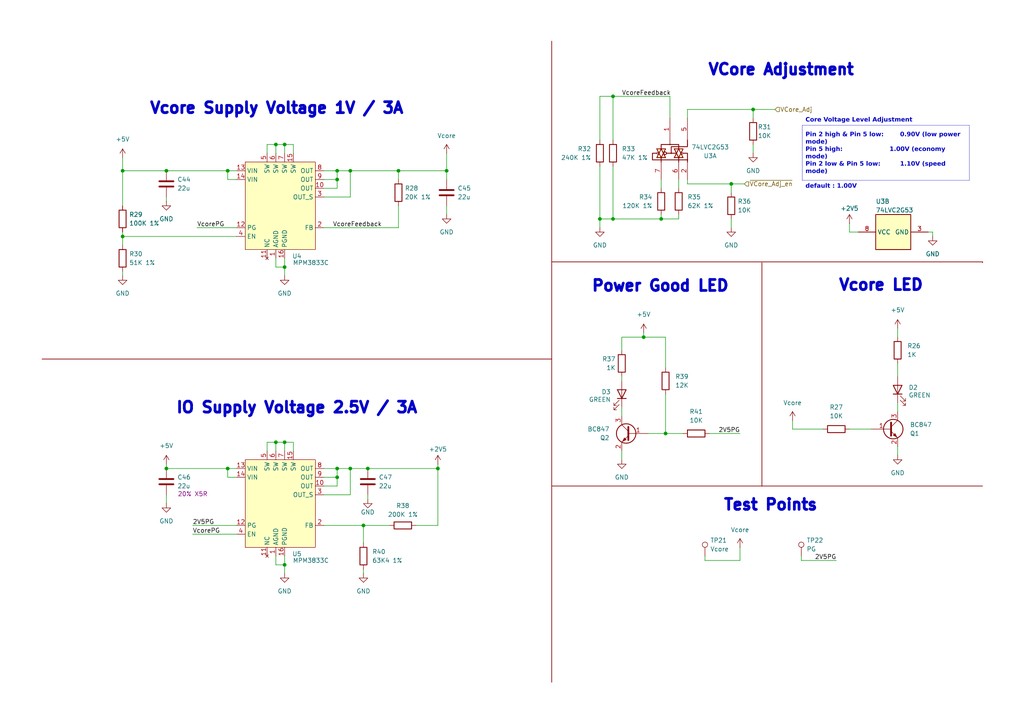
<source format=kicad_sch>
(kicad_sch (version 20250114) (generator "eeschema") (generator_version "9.0")
  (paper "A4")
  (title_block (title "CCSoM") (date "2024-12-20") (rev "1.0") (company "Technische Hochschule Köln") (comment 1 "Felix Sebastian Nitz "))
  (lib_symbols
    (symbol "74xGxx:74LVC2G53"
      (property "Reference" "U" (at 2.54 6.35 0))
      (property "Value" "74LVC2G53" (at 6.35 -6.35 0))
      (symbol "74LVC2G53_1_1"
        (polyline (pts (xy -3.81 0) (xy -2.54 0)) (fill (type background)))
        (polyline (pts (xy -3.81 -5.08) (xy -2.54 -5.08)) (stroke (width 0.254)) (fill (type background)))
        (circle (center -2.54 0) (radius 0.127))
        (polyline (pts (xy -1.27 3.81) (xy 0 3.175) (xy -1.27 2.54) (xy -1.27 3.81)) (stroke (width 0.254)) (fill (type background)))
        (polyline (pts (xy -1.27 2.54) (xy 0 1.905) (xy -1.27 1.27) (xy -1.27 2.54)) (stroke (width 0.254)) (fill (type background)))
        (polyline (pts (xy -1.27 2.54) (xy -2.54 2.54) (xy -2.54 0) (xy -2.54 -2.54) (xy -1.27 -2.54)) (stroke (width 0.254)))
        (polyline (pts (xy -1.27 -1.27) (xy -1.27 -2.54) (xy 0 -1.905) (xy -1.27 -1.27)) (stroke (width 0.254)) (fill (type background)))
        (polyline (pts (xy -1.27 -2.54) (xy 0 -3.175) (xy -1.27 -3.81) (xy -1.27 -2.54)) (stroke (width 0.254)) (fill (type background)))
        (circle (center 0 3.556) (radius 0.254))
        (circle (center 0 1.397) (radius 0.381) (stroke (width 0.254)))
        (polyline (pts (xy 0 1.016) (xy 0 0) (xy 0 -1.905)) (stroke (width 0.254)) (fill (type background)))
        (polyline (pts (xy 0 -0.381) (xy -1.905 -0.381) (xy -1.905 -5.08) (xy -2.54 -5.08)) (stroke (width 0.254)))
        (circle (center 0 -0.381) (radius 0.127))
        (circle (center 0 -3.556) (radius 0.254))
        (polyline (pts (xy 0 -3.81) (xy 0 -5.08) (xy 2.54 -5.08)) (stroke (width 0.254)))
        (polyline (pts (xy 1.27 2.54) (xy 1.27 3.81) (xy 0 3.175) (xy 1.27 2.54)) (stroke (width 0.254)) (fill (type background)))
        (polyline (pts (xy 1.27 2.54) (xy 1.27 1.27) (xy 0 1.905) (xy 1.27 2.54)) (stroke (width 0.254)) (fill (type background)))
        (polyline (pts (xy 1.27 -1.27) (xy 1.27 -2.54) (xy 0 -1.905) (xy 1.27 -1.27)) (stroke (width 0.254)) (fill (type background)))
        (polyline (pts (xy 1.27 -2.54) (xy 0 -3.175) (xy 1.27 -3.81) (xy 1.27 -2.54)) (stroke (width 0.254)) (fill (type background)))
        (polyline (pts (xy 1.905 -5.08) (xy 1.905 5.08) (xy 0 5.08) (xy 0 3.81)) (stroke (width 0.254)))
        (circle (center 1.905 -5.08) (radius 0.127))
        (polyline (pts (xy 2.54 2.54) (xy 1.27 2.54)) (stroke (width 0.254)) (fill (type background)))
        (polyline (pts (xy 2.54 -2.54) (xy 1.27 -2.54)) (stroke (width 0.254)) (fill (type background)))
        (pin bidirectional line (at -10.16 0 0) (length 6.35) (name "~") (number "1"))
        (pin input line (at -10.16 -5.08 0) (length 6.35) (name "~") (number "5"))
        (pin bidirectional line (at 7.62 2.54 180) (length 5.08) (name "~") (number "7"))
        (pin bidirectional line (at 7.62 -2.54 180) (length 5.08) (name "~") (number "6"))
        (pin input line (at 7.62 -5.08 180) (length 5.08) (name "~") (number "2"))
      )
      (symbol "74LVC2G53_2_1"
        (rectangle (start -5.08 5.08) (end 5.08 -5.08) (stroke (width 0.254)) (fill (type background)))
        (pin power_in line (at 0 10.16 270) (length 5.08) (name "VCC") (number "8"))
        (pin power_in line (at 0 -10.16 90) (length 5.08) (name "GND") (number "3"))
        (pin passive line (at 0 -10.16 90) (length 5.08) (hide yes) (name "GND") (number "4"))
      )
    )
    (symbol "Connector:TestPoint" (pin_numbers (hide yes)) (pin_names (offset 0.762) (hide yes))
      (property "Reference" "TP" (at 0 6.858 0))
      (property "Value" "TestPoint" (at 0 5.08 0))
      (symbol "TestPoint_0_1"
        (circle (center 0 3.302) (radius 0.762))
      )
      (symbol "TestPoint_1_1"
        (pin passive line (at 0 0 90) (length 2.54) (name "1") (number "1"))
      )
    )
    (symbol "Device:C" (pin_numbers (hide yes)) (pin_names (offset 0.254))
      (property "Reference" "C" (at 0.635 2.54 0))
      (property "Value" "C" (at 0.635 -2.54 0))
      (symbol "C_0_1"
        (polyline (pts (xy -2.032 0.762) (xy 2.032 0.762)) (stroke (width 0.508)))
        (polyline (pts (xy -2.032 -0.762) (xy 2.032 -0.762)) (stroke (width 0.508)))
      )
      (symbol "C_1_1"
        (pin passive line (at 0 3.81 270) (length 2.794) (name "~") (number "1"))
        (pin passive line (at 0 -3.81 90) (length 2.794) (name "~") (number "2"))
      )
    )
    (symbol "Device:LED" (pin_numbers (hide yes)) (pin_names (offset 1.016) (hide yes))
      (property "Reference" "D" (at 0 2.54 0))
      (property "Value" "LED" (at 0 -2.54 0))
      (symbol "LED_0_1"
        (polyline (pts (xy -3.048 -0.762) (xy -4.572 -2.286) (xy -3.81 -2.286) (xy -4.572 -2.286) (xy -4.572 -1.524)))
        (polyline (pts (xy -1.778 -0.762) (xy -3.302 -2.286) (xy -2.54 -2.286) (xy -3.302 -2.286) (xy -3.302 -1.524)))
        (polyline (pts (xy -1.27 0) (xy 1.27 0)))
        (polyline (pts (xy -1.27 -1.27) (xy -1.27 1.27)) (stroke (width 0.254)))
        (polyline (pts (xy 1.27 -1.27) (xy 1.27 1.27) (xy -1.27 0) (xy 1.27 -1.27)) (stroke (width 0.254)))
      )
      (symbol "LED_1_1"
        (pin passive line (at -3.81 0 0) (length 2.54) (name "K") (number "1"))
        (pin passive line (at 3.81 0 180) (length 2.54) (name "A") (number "2"))
      )
    )
    (symbol "Device:R" (pin_numbers (hide yes)) (pin_names (offset 0))
      (property "Reference" "R" (at 2.032 0 90))
      (property "Value" "R" (at 0 0 90))
      (symbol "R_0_1"
        (rectangle (start -1.016 -2.54) (end 1.016 2.54) (stroke (width 0.254)))
      )
      (symbol "R_1_1"
        (pin passive line (at 0 3.81 270) (length 1.27) (name "~") (number "1"))
        (pin passive line (at 0 -3.81 90) (length 1.27) (name "~") (number "2"))
      )
    )
    (symbol "Transistor_BJT:BC847" (pin_names (offset 0) (hide yes))
      (property "Reference" "Q" (at 5.08 1.905 0))
      (property "Value" "BC847" (at 5.08 0 0))
      (symbol "BC847_0_1"
        (polyline (pts (xy 0.635 1.905) (xy 0.635 -1.905) (xy 0.635 -1.905)) (stroke (width 0.508)))
        (polyline (pts (xy 0.635 0.635) (xy 2.54 2.54)))
        (polyline (pts (xy 0.635 -0.635) (xy 2.54 -2.54) (xy 2.54 -2.54)))
        (circle (center 1.27 0) (radius 2.8194) (stroke (width 0.254)))
        (polyline (pts (xy 1.27 -1.778) (xy 1.778 -1.27) (xy 2.286 -2.286) (xy 1.27 -1.778) (xy 1.27 -1.778)) (fill (type outline)))
      )
      (symbol "BC847_1_1"
        (pin input line (at -5.08 0 0) (length 5.715) (name "B") (number "1"))
        (pin passive line (at 2.54 5.08 270) (length 2.54) (name "C") (number "3"))
        (pin passive line (at 2.54 -5.08 90) (length 2.54) (name "E") (number "2"))
      )
    )
    (symbol "ccsom_lib:MPM3833C"
      (property "Reference" "U" (at 10.16 22.86 0))
      (property "Value" "MPM3833C" (at 13.97 20.32 0))
      (symbol "MPM3833C_1_1"
        (rectangle (start -11.43 17.78) (end 8.89 -7.62) (fill (type background)))
        (pin power_in line (at -13.97 15.24 0) (length 2.54) (name "VIN") (number "13"))
        (pin power_in line (at -13.97 12.7 0) (length 2.54) (name "VIN") (number "14"))
        (pin no_connect line (at -13.97 5.08 0) (length 2.54) (hide yes) (name "DNC") (number "17"))
        (pin no_connect line (at -13.97 5.08 0) (length 2.54) (hide yes) (name "DNC") (number "18"))
        (pin output line (at -13.97 -1.27 0) (length 2.54) (name "PG") (number "12"))
        (pin input line (at -13.97 -3.81 0) (length 2.54) (name "EN") (number "4"))
        (pin passive line (at -5.08 20.32 270) (length 2.54) (hide yes) (name "SW") (number "19"))
        (pin passive line (at -5.08 20.32 270) (length 2.54) (name "SW") (number "5"))
        (pin no_connect line (at -5.08 -10.16 90) (length 2.54) (name "NC") (number "11"))
        (pin passive line (at -2.54 20.32 270) (length 2.54) (name "SW") (number "6"))
        (pin passive line (at -2.54 -10.16 90) (length 2.54) (name "AGND") (number "1"))
        (pin passive line (at 0 20.32 270) (length 2.54) (name "SW") (number "7"))
        (pin passive line (at 0 -10.16 90) (length 2.54) (name "PGND") (number "16"))
        (pin passive line (at 2.54 20.32 270) (length 2.54) (name "SW") (number "15"))
        (pin power_out line (at 11.43 15.24 180) (length 2.54) (name "OUT") (number "8"))
        (pin power_out line (at 11.43 12.7 180) (length 2.54) (name "OUT") (number "9"))
        (pin power_out line (at 11.43 10.16 180) (length 2.54) (name "OUT") (number "10"))
        (pin power_out line (at 11.43 7.62 180) (length 2.54) (hide yes) (name "OUT") (number "20"))
        (pin output line (at 11.43 7.62 180) (length 2.54) (name "OUT_S") (number "3"))
        (pin input line (at 11.43 -1.27 180) (length 2.54) (name "FB") (number "2"))
      )
    )
    (symbol "ccsom_lib:Vin5V" (power) (pin_names (offset 0))
      (property "Value" "Vin5V" (at 0 3.556 0))
      (symbol "Vin5V_0_1"
        (polyline (pts (xy -0.762 1.27) (xy 0 2.54)))
        (polyline (pts (xy 0 2.54) (xy 0.762 1.27)))
        (polyline (pts (xy 0 0) (xy 0 2.54)))
      )
      (symbol "Vin5V_1_1"
        (pin power_in line (at 0 0 90) (length 0) (hide yes) (name "+5V") (number "1"))
      )
    )
    (symbol "power:+2V5" (power) (pin_numbers (hide yes)) (pin_names (offset 0) (hide yes))
      (property "Value" "+2V5" (at 0 3.556 0))
      (symbol "+2V5_0_1"
        (polyline (pts (xy -0.762 1.27) (xy 0 2.54)))
        (polyline (pts (xy 0 2.54) (xy 0.762 1.27)))
        (polyline (pts (xy 0 0) (xy 0 2.54)))
      )
      (symbol "+2V5_1_1"
        (pin power_in line (at 0 0 90) (length 0) (name "~") (number "1"))
      )
    )
    (symbol "power:GND" (power) (pin_numbers (hide yes)) (pin_names (offset 0) (hide yes))
      (property "Value" "GND" (at 0 -3.81 0))
      (symbol "GND_0_1"
        (polyline (pts (xy 0 0) (xy 0 -1.27) (xy 1.27 -1.27) (xy 0 -2.54) (xy -1.27 -1.27) (xy 0 -1.27)))
      )
      (symbol "GND_1_1"
        (pin power_in line (at 0 0 270) (length 0) (name "~") (number "1"))
      )
    )
  )
  (text "Power Good LED" (at 191.516 83.058 0) (effects (font (size 3.175 3.175) (thickness 1.27) (bold yes))))
  (text "Test Points" (at 223.52 146.558 0) (effects (font (size 3.175 3.175) (thickness 1.27) (bold yes))))
  (text "Vcore LED" (at 255.524 82.804 0) (effects (font (size 3.175 3.175) (thickness 1.27) (bold yes))))
  (text "Vcore Supply Voltage 1V / 3A" (at 80.264 31.496 0) (effects (font (size 3.175 3.175) (thickness 1.27) (bold yes))))
  (text "IO Supply Voltage 2.5V / 3A" (at 86.106 118.364 0) (effects (font (size 3.175 3.175) (thickness 1.27) (bold yes))))
  (text "VCore Adjustment" (at 226.568 20.32 0) (effects (font (size 3.175 3.175) (thickness 1.27) (bold yes))))
  (text_box "Core Voltage Level Adjustment \n\nPin 2 high & Pin 5 low:		0.90V (low power mode)\nPin 5 high: 					1.00V (economy mode)\nPin 2 low & Pin 5 low: 		1.10V (speed mode)\n\ndefault : 1.00V" (at 232.664 36.322 0) (size 48.514 16.002) (margins 0.9652 0.9652 0.9652 0.9652) (stroke (width 0.0254)) (effects (font (size 1.27 1.27) (thickness 0.24) (bold yes)) (justify left)))
  (junction (at 97.79 135.89))
  (junction (at 97.79 52.07))
  (junction (at 173.99 63.5))
  (junction (at 66.04 49.53))
  (junction (at 218.44 31.75))
  (junction (at 97.79 49.53))
  (junction (at 106.68 135.89))
  (junction (at 80.01 128.27))
  (junction (at 35.56 49.53))
  (junction (at 82.55 163.83))
  (junction (at 82.55 128.27))
  (junction (at 101.6 135.89))
  (junction (at 80.01 41.91))
  (junction (at 82.55 77.47))
  (junction (at 186.69 97.79))
  (junction (at 115.57 49.53))
  (junction (at 97.79 138.43))
  (junction (at 48.26 135.89))
  (junction (at 129.54 49.53))
  (junction (at 177.8 63.5))
  (junction (at 193.04 125.73))
  (junction (at 101.6 49.53))
  (junction (at 48.26 49.53))
  (junction (at 177.8 27.94))
  (junction (at 35.56 68.58))
  (junction (at 105.41 152.4))
  (junction (at 191.77 63.5))
  (junction (at 127 135.89))
  (junction (at 212.09 53.34))
  (junction (at 66.04 135.89))
  (junction (at 82.55 41.91))
  (wire (pts (xy 260.35 129.54) (xy 260.35 132.08)))
  (wire (pts (xy 48.26 49.53) (xy 66.04 49.53)))
  (wire (pts (xy 196.85 63.5) (xy 196.85 62.23)))
  (wire (pts (xy 101.6 135.89) (xy 106.68 135.89)))
  (wire (pts (xy 101.6 49.53) (xy 115.57 49.53)))
  (wire (pts (xy 106.68 135.89) (xy 127 135.89)))
  (wire (pts (xy 82.55 161.29) (xy 82.55 163.83)))
  (polyline (pts (xy 220.98 140.97) (xy 284.988 140.97)) (stroke (width 0.2) (color 132 0 0 1)))
  (wire (pts (xy 212.09 63.5) (xy 212.09 66.04)))
  (wire (pts (xy 77.47 128.27) (xy 80.01 128.27)))
  (wire (pts (xy 82.55 44.45) (xy 82.55 41.91)))
  (wire (pts (xy 82.55 41.91) (xy 85.09 41.91)))
  (wire (pts (xy 180.34 118.11) (xy 180.34 120.65)))
  (wire (pts (xy 101.6 143.51) (xy 101.6 135.89)))
  (wire (pts (xy 180.34 97.79) (xy 180.34 101.6)))
  (wire (pts (xy 191.77 52.07) (xy 191.77 54.61)))
  (wire (pts (xy 199.39 52.07) (xy 199.39 53.34)))
  (wire (pts (xy 127 152.4) (xy 120.65 152.4)))
  (wire (pts (xy 129.54 59.69) (xy 129.54 62.23)))
  (wire (pts (xy 260.35 97.79) (xy 260.35 95.25)))
  (wire (pts (xy 105.41 165.1) (xy 105.41 166.37)))
  (wire (pts (xy 97.79 52.07) (xy 97.79 49.53)))
  (wire (pts (xy 35.56 68.58) (xy 35.56 71.12)))
  (wire (pts (xy 229.87 121.92) (xy 229.87 124.46)))
  (wire (pts (xy 105.41 152.4) (xy 105.41 157.48)))
  (wire (pts (xy 214.63 158.75) (xy 214.63 162.56)))
  (wire (pts (xy 85.09 41.91) (xy 85.09 44.45)))
  (wire (pts (xy 85.09 128.27) (xy 85.09 130.81)))
  (wire (pts (xy 186.69 96.52) (xy 186.69 97.79)))
  (wire (pts (xy 77.47 130.81) (xy 77.47 128.27)))
  (wire (pts (xy 218.44 31.75) (xy 224.79 31.75)))
  (wire (pts (xy 218.44 41.91) (xy 218.44 44.45)))
  (polyline (pts (xy 12.192 104.14) (xy 160.02 104.14)) (stroke (width 0.2) (color 132 0 0 1)))
  (wire (pts (xy 180.34 130.81) (xy 180.34 133.35)))
  (wire (pts (xy 204.47 162.56) (xy 214.63 162.56)))
  (wire (pts (xy 193.04 125.73) (xy 187.96 125.73)))
  (polyline (pts (xy 220.98 140.97) (xy 160.02 140.97)) (stroke (width 0.2) (color 132 0 0 1)))
  (wire (pts (xy 173.99 66.04) (xy 173.99 63.5)))
  (polyline (pts (xy 284.988 75.946) (xy 284.988 76.2)) (stroke (width 0.2) (color 132 0 0 1)))
  (wire (pts (xy 106.68 143.51) (xy 106.68 144.78)))
  (wire (pts (xy 35.56 49.53) (xy 48.26 49.53)))
  (wire (pts (xy 66.04 138.43) (xy 66.04 135.89)))
  (wire (pts (xy 205.74 125.73) (xy 214.63 125.73)))
  (wire (pts (xy 101.6 57.15) (xy 101.6 49.53)))
  (wire (pts (xy 191.77 63.5) (xy 177.8 63.5)))
  (wire (pts (xy 82.55 163.83) (xy 82.55 166.37)))
  (wire (pts (xy 270.51 67.31) (xy 270.51 68.58)))
  (wire (pts (xy 115.57 59.69) (xy 115.57 66.04)))
  (wire (pts (xy 269.24 67.31) (xy 270.51 67.31)))
  (wire (pts (xy 48.26 57.15) (xy 48.26 58.42)))
  (wire (pts (xy 97.79 49.53) (xy 101.6 49.53)))
  (wire (pts (xy 97.79 135.89) (xy 101.6 135.89)))
  (wire (pts (xy 80.01 74.93) (xy 80.01 77.47)))
  (wire (pts (xy 218.44 31.75) (xy 218.44 34.29)))
  (wire (pts (xy 93.98 135.89) (xy 97.79 135.89)))
  (wire (pts (xy 77.47 44.45) (xy 77.47 41.91)))
  (wire (pts (xy 82.55 74.93) (xy 82.55 77.47)))
  (wire (pts (xy 48.26 134.62) (xy 48.26 135.89)))
  (wire (pts (xy 193.04 125.73) (xy 198.12 125.73)))
  (wire (pts (xy 232.41 162.56) (xy 242.57 162.56)))
  (wire (pts (xy 93.98 140.97) (xy 97.79 140.97)))
  (wire (pts (xy 35.56 78.74) (xy 35.56 80.01)))
  (wire (pts (xy 191.77 63.5) (xy 191.77 62.23)))
  (wire (pts (xy 246.38 124.46) (xy 252.73 124.46)))
  (wire (pts (xy 35.56 67.31) (xy 35.56 68.58)))
  (wire (pts (xy 193.04 97.79) (xy 193.04 106.68)))
  (wire (pts (xy 260.35 105.41) (xy 260.35 109.22)))
  (wire (pts (xy 80.01 128.27) (xy 80.01 130.81)))
  (wire (pts (xy 35.56 49.53) (xy 35.56 59.69)))
  (wire (pts (xy 93.98 54.61) (xy 97.79 54.61)))
  (wire (pts (xy 66.04 52.07) (xy 66.04 49.53)))
  (polyline (pts (xy 160.02 104.14) (xy 160.02 197.866)) (stroke (width 0.2) (color 132 0 0 1)))
  (wire (pts (xy 93.98 66.04) (xy 115.57 66.04)))
  (wire (pts (xy 177.8 63.5) (xy 173.99 63.5)))
  (polyline (pts (xy 220.98 76.2) (xy 220.98 140.97)) (stroke (width 0.2) (color 132 0 0 1)))
  (wire (pts (xy 199.39 53.34) (xy 212.09 53.34)))
  (wire (pts (xy 129.54 44.45) (xy 129.54 49.53)))
  (wire (pts (xy 55.88 154.94) (xy 68.58 154.94)))
  (wire (pts (xy 177.8 27.94) (xy 194.31 27.94)))
  (wire (pts (xy 180.34 109.22) (xy 180.34 110.49)))
  (wire (pts (xy 80.01 41.91) (xy 82.55 41.91)))
  (wire (pts (xy 173.99 27.94) (xy 173.99 40.64)))
  (wire (pts (xy 186.69 97.79) (xy 193.04 97.79)))
  (wire (pts (xy 204.47 161.29) (xy 204.47 162.56)))
  (wire (pts (xy 199.39 31.75) (xy 218.44 31.75)))
  (wire (pts (xy 66.04 49.53) (xy 68.58 49.53)))
  (wire (pts (xy 93.98 138.43) (xy 97.79 138.43)))
  (wire (pts (xy 77.47 41.91) (xy 80.01 41.91)))
  (wire (pts (xy 93.98 57.15) (xy 101.6 57.15)))
  (wire (pts (xy 193.04 114.3) (xy 193.04 125.73)))
  (wire (pts (xy 93.98 152.4) (xy 105.41 152.4)))
  (polyline (pts (xy 160.02 75.946) (xy 284.988 75.946)) (stroke (width 0.2) (color 132 0 0 1)))
  (wire (pts (xy 173.99 48.26) (xy 173.99 63.5)))
  (wire (pts (xy 212.09 53.34) (xy 212.09 55.88)))
  (wire (pts (xy 80.01 163.83) (xy 82.55 163.83)))
  (wire (pts (xy 260.35 116.84) (xy 260.35 119.38)))
  (wire (pts (xy 68.58 52.07) (xy 66.04 52.07)))
  (wire (pts (xy 97.79 138.43) (xy 97.79 135.89)))
  (wire (pts (xy 82.55 128.27) (xy 85.09 128.27)))
  (wire (pts (xy 93.98 52.07) (xy 97.79 52.07)))
  (wire (pts (xy 115.57 49.53) (xy 115.57 52.07)))
  (wire (pts (xy 82.55 77.47) (xy 82.55 80.01)))
  (wire (pts (xy 105.41 152.4) (xy 113.03 152.4)))
  (wire (pts (xy 180.34 97.79) (xy 186.69 97.79)))
  (wire (pts (xy 194.31 34.29) (xy 194.31 27.94)))
  (polyline (pts (xy 160.02 11.938) (xy 160.02 104.14)) (stroke (width 0.2) (color 132 0 0 1)))
  (wire (pts (xy 177.8 27.94) (xy 173.99 27.94)))
  (wire (pts (xy 129.54 52.07) (xy 129.54 49.53)))
  (wire (pts (xy 82.55 130.81) (xy 82.55 128.27)))
  (wire (pts (xy 115.57 49.53) (xy 129.54 49.53)))
  (wire (pts (xy 199.39 34.29) (xy 199.39 31.75)))
  (wire (pts (xy 196.85 63.5) (xy 191.77 63.5)))
  (wire (pts (xy 48.26 135.89) (xy 66.04 135.89)))
  (wire (pts (xy 48.26 143.51) (xy 48.26 146.05)))
  (wire (pts (xy 212.09 53.34) (xy 215.9 53.34)))
  (wire (pts (xy 232.41 161.29) (xy 232.41 162.56)))
  (wire (pts (xy 127 135.89) (xy 127 134.62)))
  (wire (pts (xy 246.38 67.31) (xy 248.92 67.31)))
  (wire (pts (xy 80.01 41.91) (xy 80.01 44.45)))
  (wire (pts (xy 177.8 27.94) (xy 177.8 40.64)))
  (wire (pts (xy 93.98 49.53) (xy 97.79 49.53)))
  (wire (pts (xy 196.85 52.07) (xy 196.85 54.61)))
  (wire (pts (xy 80.01 128.27) (xy 82.55 128.27)))
  (wire (pts (xy 68.58 66.04) (xy 57.15 66.04)))
  (wire (pts (xy 238.76 124.46) (xy 229.87 124.46)))
  (wire (pts (xy 93.98 143.51) (xy 101.6 143.51)))
  (wire (pts (xy 80.01 161.29) (xy 80.01 163.83)))
  (wire (pts (xy 68.58 138.43) (xy 66.04 138.43)))
  (wire (pts (xy 127 135.89) (xy 127 152.4)))
  (wire (pts (xy 97.79 140.97) (xy 97.79 138.43)))
  (wire (pts (xy 35.56 68.58) (xy 68.58 68.58)))
  (wire (pts (xy 35.56 45.72) (xy 35.56 49.53)))
  (wire (pts (xy 80.01 77.47) (xy 82.55 77.47)))
  (wire (pts (xy 55.88 152.4) (xy 68.58 152.4)))
  (wire (pts (xy 66.04 135.89) (xy 68.58 135.89)))
  (wire (pts (xy 246.38 64.77) (xy 246.38 67.31)))
  (wire (pts (xy 177.8 48.26) (xy 177.8 63.5)))
  (wire (pts (xy 97.79 54.61) (xy 97.79 52.07)))
  (label "2V5PG" (at 55.88 152.4 0))
  (label "VcorePG" (at 55.88 154.94 0))
  (label "VcorePG" (at 57.15 66.04 0))
  (label "2V5PG" (at 214.63 125.73 180))
  (label "2V5PG" (at 242.57 162.56 180))
  (label "VcoreFeedback" (at 96.52 66.04 0))
  (label "VcoreFeedback" (at 180.34 27.94 0))
  (hierarchical_label "VCore_Adj" (shape input) (at 224.79 31.75 0))
  (hierarchical_label "~{VCore_Adj_en}" (shape input) (at 215.9 53.34 0))
  (symbol (lib_id "Device:R") (at 212.09 59.69 180) (unit 1)
    (property "Reference" "R36" (at 215.9 58.42 0))
    (property "Value" "10K" (at 215.9 60.96 0))
    (property "Footprint" "Resistor_SMD:R_0402_1005Metric" (effects (hide yes)))
    (property "Description" "Resistor" (effects (hide yes)))
    (property "Mouser Part Number" "MCS0402MC1002FE000" (effects (hide yes)))
    (property "Part Number" "MCS0402MC1002FE000" (effects (hide yes)))
  )
  (symbol (lib_id "Transistor_BJT:BC847") (at 182.88 125.73 0) (mirror y) (unit 1)
    (property "Reference" "Q2" (at 176.784 127 0) (effects (justify left)))
    (property "Value" "BC847" (at 176.784 124.46 0) (effects (justify left)))
    (property "Footprint" "Package_TO_SOT_SMD:SOT-23" (effects (hide yes)))
    (property "Datasheet" "http://www.infineon.com/dgdl/Infineon-BC847SERIES_BC848SERIES_BC849SERIES_BC850SERIES-DS-v01_01-en.pdf?fileId=db3a304314dca389011541d4630a1657" (effects (hide yes)))
    (property "Description" "0.1A Ic, 45V Vce, NPN Transistor, SOT-23" (effects (hide yes)))
    (property "Mouser Part Number" "BC847C-C" (effects (hide yes)))
    (property "Part Number" "BC847C-C" (effects (hide yes)))
  )
  (symbol (lib_id "Device:R") (at 218.44 38.1 180) (unit 1)
    (property "Reference" "R31" (at 221.742 36.83 0))
    (property "Value" "10K" (at 221.742 39.37 0))
    (property "Footprint" "Resistor_SMD:R_0402_1005Metric" (effects (hide yes)))
    (property "Description" "Resistor" (effects (hide yes)))
    (property "Mouser Part Number" "MCS0402MC1002FE000" (effects (hide yes)))
    (property "Part Number" "MCS0402MC1002FE000" (effects (hide yes)))
  )
  (symbol (lib_id "Device:R") (at 201.93 125.73 90) (mirror x) (unit 1)
    (property "Reference" "R41" (at 201.93 119.38 90))
    (property "Value" "10K" (at 201.93 121.92 90))
    (property "Footprint" "Resistor_SMD:R_0402_1005Metric" (effects (hide yes)))
    (property "Description" "Resistor" (effects (hide yes)))
    (property "Mouser Part Number" "MCS0402MC1002FE000" (effects (hide yes)))
    (property "Part Number" "MCS0402MC1002FE000" (effects (hide yes)))
  )
  (symbol (lib_id "power:+2V5") (at 246.38 64.77 0) (unit 1)
    (property "Reference" "#PWR048" (effects (hide yes)))
    (property "Value" "+2V5" (at 246.38 60.452 0))
    (property "Description" "Power symbol creates a global label with name \"+2V5\"" (effects (hide yes)))
  )
  (symbol (lib_id "ccsom_lib:Vin5V") (at 186.69 96.52 0) (unit 1)
    (property "Reference" "#PWR062" (effects (hide yes)))
    (property "Value" "+5V" (at 186.69 91.186 0))
    (property "Description" "Power symbol creates a global label" (effects (hide yes)))
  )
  (symbol (lib_id "Device:R") (at 35.56 74.93 0) (unit 1)
    (property "Reference" "R30" (at 37.465 73.66 0) (effects (justify left)))
    (property "Value" "51K 1%" (at 37.465 76.2 0) (effects (justify left)))
    (property "Footprint" "Resistor_SMD:R_0402_1005Metric" (effects (hide yes)))
    (property "Description" "Resistor" (effects (hide yes)))
    (property "Mouser Part Number" "CRCW040251K0FKEDC" (effects (hide yes)))
    (property "Part Number" "CRCW040251K0FKEDC" (effects (hide yes)))
  )
  (symbol (lib_id "Device:R") (at 116.84 152.4 90) (unit 1)
    (property "Reference" "R38" (at 116.84 146.685 90))
    (property "Value" "200K 1%" (at 116.84 149.225 90))
    (property "Footprint" "Resistor_SMD:R_0402_1005Metric" (effects (hide yes)))
    (property "Description" "Resistor" (effects (hide yes)))
    (property "Mouser Part Number" "CRCW0402200KFKEDC" (effects (hide yes)))
    (property "Part Number" "CRCW0402200KFKEDC" (effects (hide yes)))
  )
  (symbol (lib_id "power:GND") (at 260.35 132.08 0) (unit 1)
    (property "Reference" "#PWR053" (effects (hide yes)))
    (property "Value" "GND" (at 260.35 137.16 0))
    (property "Description" "Power symbol creates a global label with name \"GND\" , ground" (effects (hide yes)))
  )
  (symbol (lib_id "ccsom_lib:MPM3833C") (at 82.55 64.77 0) (unit 1)
    (property "Reference" "U4" (at 84.7441 74.295 0) (effects (justify left)))
    (property "Value" "MPM3833C" (at 90.17 76.2 0))
    (property "Footprint" "ccsom_Footprint_lib:QFN18" (effects (hide yes)))
    (property "Datasheet" "https://www.mouser.de/datasheet/2/277/MPM3833CGRH_Z-2946622.pdf" (effects (hide yes)))
    (property "Mouser Part Number" "MPM3833CGRH-Z" (effects (hide yes)))
    (property "Part Number" "MPM3833CGRH-Z" (effects (hide yes)))
  )
  (symbol (lib_id "power:GND") (at 173.99 66.04 0) (unit 1)
    (property "Reference" "#PWR059" (effects (hide yes)))
    (property "Value" "GND" (at 173.99 71.12 0))
    (property "Description" "Power symbol creates a global label with name \"GND\" , ground" (effects (hide yes)))
  )
  (symbol (lib_id "ccsom_lib:Vin5V") (at 35.56 45.72 0) (unit 1)
    (property "Reference" "#PWR051" (effects (hide yes)))
    (property "Value" "+5V" (at 35.56 40.386 0))
    (property "Description" "Power symbol creates a global label" (effects (hide yes)))
  )
  (symbol (lib_id "power:GND") (at 82.55 80.01 0) (unit 1)
    (property "Reference" "#PWR057" (effects (hide yes)))
    (property "Value" "GND" (at 82.55 85.09 0))
    (property "Description" "Power symbol creates a global label with name \"GND\" , ground" (effects (hide yes)))
  )
  (symbol (lib_id "ccsom_lib:Vin5V") (at 48.26 134.62 0) (unit 1)
    (property "Reference" "#PWR068" (effects (hide yes)))
    (property "Value" "+5V" (at 48.26 129.286 0))
    (property "Description" "Power symbol creates a global label" (effects (hide yes)))
  )
  (symbol (lib_id "Device:LED") (at 180.34 114.3 270) (mirror x) (unit 1)
    (property "Reference" "D3" (at 177.165 113.665 90) (effects (justify right)))
    (property "Value" "GREEN" (at 177.165 115.8875 90) (effects (justify right)))
    (property "Footprint" "LED_SMD:LED_0603_1608Metric" (effects (hide yes)))
    (property "Description" "Light emitting diode" (effects (hide yes)))
    (property "Mouser Part Number" "150060VS75000" (effects (hide yes)))
    (property "Part Number" "150060VS75000" (effects (hide yes)))
  )
  (symbol (lib_id "Device:R") (at 193.04 110.49 0) (mirror y) (unit 1)
    (property "Reference" "R39" (at 195.834 109.22 0) (effects (justify right)))
    (property "Value" "12K" (at 195.834 111.76 0) (effects (justify right)))
    (property "Footprint" "Resistor_SMD:R_0402_1005Metric" (effects (hide yes)))
    (property "Description" "Resistor" (effects (hide yes)))
    (property "Mouser Part Number" "MCS04020C1202FE000" (effects (hide yes)))
    (property "Part Number" "MCS04020C1202FE000" (effects (hide yes)))
  )
  (symbol (lib_id "power:GND") (at 48.26 58.42 0) (unit 1)
    (property "Reference" "#PWR054" (effects (hide yes)))
    (property "Value" "GND" (at 48.26 63.5 0))
    (property "Description" "Power symbol creates a global label with name \"GND\" , ground" (effects (hide yes)))
  )
  (symbol (lib_id "Device:R") (at 260.35 101.6 0) (unit 1)
    (property "Reference" "R26" (at 263.144 100.33 0) (effects (justify left)))
    (property "Value" "1K" (at 263.144 102.87 0) (effects (justify left)))
    (property "Footprint" "Resistor_SMD:R_0402_1005Metric" (effects (hide yes)))
    (property "Description" "Resistor" (effects (hide yes)))
    (property "Mouser Part Number" "MCS04020C1001FE000" (effects (hide yes)))
    (property "Part Number" "MCS04020C1001FE000" (effects (hide yes)))
  )
  (symbol (lib_id "Device:R") (at 180.34 105.41 0) (mirror y) (unit 1)
    (property "Reference" "R37" (at 178.562 104.14 0) (effects (justify left)))
    (property "Value" "1K" (at 178.562 106.68 0) (effects (justify left)))
    (property "Footprint" "Resistor_SMD:R_0402_1005Metric" (effects (hide yes)))
    (property "Description" "Resistor" (effects (hide yes)))
    (property "Mouser Part Number" "MCS04020C1001FE000" (effects (hide yes)))
    (property "Part Number" "MCS04020C1001FE000" (effects (hide yes)))
  )
  (symbol (lib_id "power:GND") (at 129.54 62.23 0) (unit 1)
    (property "Reference" "#PWR055" (effects (hide yes)))
    (property "Value" "GND" (at 129.54 67.31 0))
    (property "Description" "Power symbol creates a global label with name \"GND\" , ground" (effects (hide yes)))
  )
  (symbol (lib_id "power:+2V5") (at 129.54 44.45 0) (unit 1)
    (property "Reference" "#PWR050" (effects (hide yes)))
    (property "Value" "Vcore" (at 129.54 39.37 0))
    (property "Description" "Power symbol creates a global label with name \"+2V5\"" (effects (hide yes)))
  )
  (symbol (lib_id "Device:R") (at 242.57 124.46 90) (mirror x) (unit 1)
    (property "Reference" "R27" (at 242.57 118.11 90))
    (property "Value" "10K" (at 242.57 120.65 90))
    (property "Footprint" "Resistor_SMD:R_0402_1005Metric" (effects (hide yes)))
    (property "Description" "Resistor" (effects (hide yes)))
    (property "Mouser Part Number" "MCS0402MC1002FE000" (effects (hide yes)))
    (property "Part Number" "MCS0402MC1002FE000" (effects (hide yes)))
  )
  (symbol (lib_id "power:GND") (at 212.09 66.04 0) (unit 1)
    (property "Reference" "#PWR060" (effects (hide yes)))
    (property "Value" "GND" (at 212.09 71.12 0))
    (property "Description" "Power symbol creates a global label with name \"GND\" , ground" (effects (hide yes)))
  )
  (symbol (lib_id "Device:R") (at 196.85 58.42 180) (unit 1)
    (property "Reference" "R35" (at 199.39 57.15 0) (effects (justify right)))
    (property "Value" "62K 1%" (at 199.39 59.69 0) (effects (justify right)))
    (property "Footprint" "Resistor_SMD:R_0402_1005Metric" (effects (hide yes)))
    (property "Description" "Resistor" (effects (hide yes)))
    (property "Mouser Part Number" "CRCW040262K0FKED" (effects (hide yes)))
    (property "Part Number" "CRCW040262K0FKED" (effects (hide yes)))
  )
  (symbol (lib_id "power:GND") (at 218.44 44.45 0) (unit 1)
    (property "Reference" "#PWR058" (effects (hide yes)))
    (property "Value" "GND" (at 218.44 49.53 0))
    (property "Description" "Power symbol creates a global label with name \"GND\" , ground" (effects (hide yes)))
  )
  (symbol (lib_id "power:+2V5") (at 127 134.62 0) (unit 1)
    (property "Reference" "#PWR061" (effects (hide yes)))
    (property "Value" "+2V5" (at 127 130.302 0))
    (property "Description" "Power symbol creates a global label with name \"+2V5\"" (effects (hide yes)))
  )
  (symbol (lib_id "Connector:TestPoint") (at 204.47 161.29 0) (unit 1)
    (property "Reference" "TP21" (at 205.994 156.718 0) (effects (justify left)))
    (property "Value" "Vcore" (at 205.994 159.258 0) (effects (justify left)))
    (property "Footprint" "TestPoint:TestPoint_Pad_D1.0mm" (effects (hide yes)))
    (property "Description" "test point" (effects (hide yes)))
  )
  (symbol (lib_id "power:GND") (at 180.34 133.35 0) (unit 1)
    (property "Reference" "#PWR067" (effects (hide yes)))
    (property "Value" "GND" (at 180.34 138.43 0))
    (property "Description" "Power symbol creates a global label with name \"GND\" , ground" (effects (hide yes)))
  )
  (symbol (lib_id "74xGxx:74LVC2G53") (at 194.31 44.45 90) (mirror x) (unit 1)
    (property "Reference" "U3" (at 205.994 45.212 90))
    (property "Value" "74LVC2G53" (at 205.994 42.672 90))
    (property "Footprint" "ccsom_Footprint_lib:DCU8" (effects (hide yes)))
    (property "Datasheet" "https://www.ti.com/lit/ds/symlink/sn74lvc2g53.pdf?ts=1731940389873&ref_url=https%253A%252F%252Fwww.ti.com%252Fproduct%252FSN74LVC2G53%253Futm_source%253Dgoogle%2526utm_medium%253Dcpc%2526utm_campaign%253Dasc-int-null-44700045336317251_prodfolderdynamic-cpc-pf-google-ww_en_int%2526utm_content%253Dprodfolddynamic%2526ds_k%253DDYNAMIC+SEARCH+ADS%2526DCM%253Dyes%2526gad_source%253D1%2526gbraid%253D0AAAAAC068F3xOGFPauFxXJVM3AREdBlIv%2526gclid%253DCj0KCQiA6Ou5BhCrARIsAPoTxrDqKaPqbCI4HbmTS-xD3ibPvzbVQoDMftl3XnKVXlyPMDidi3GI9hAaApLbEALw_wcB%2526gclsrc%253Daw.ds" (effects (hide yes)))
    (property "Description" "1 to 2 Analog Switch Mux/Demux, Low-Voltage CMOS" (effects (hide yes)))
    (property "Mouser Part Number" "SN74LVC2G53DCUR" (effects (hide yes)))
    (property "Part Number" "SN74LVC2G53DCUR" (effects (hide yes)))
  )
  (symbol (lib_id "power:GND") (at 105.41 166.37 0) (unit 1)
    (property "Reference" "#PWR066" (effects (hide yes)))
    (property "Value" "GND" (at 105.41 171.45 0))
    (property "Description" "Power symbol creates a global label with name \"GND\" , ground" (effects (hide yes)))
  )
  (symbol (lib_id "Device:R") (at 191.77 58.42 0) (mirror x) (unit 1)
    (property "Reference" "R34" (at 189.23 57.1499 0) (effects (justify right)))
    (property "Value" "120K 1%" (at 189.23 59.6899 0) (effects (justify right)))
    (property "Footprint" "Resistor_SMD:R_0402_1005Metric" (effects (hide yes)))
    (property "Description" "Resistor" (effects (hide yes)))
    (property "Mouser Part Number" "MCS04020C1203FE000" (effects (hide yes)))
    (property "Part Number" "MCS04020C1203FE000" (effects (hide yes)))
  )
  (symbol (lib_id "Device:C") (at 129.54 55.88 0) (unit 1)
    (property "Reference" "C45" (at 132.715 54.61 0) (effects (justify left)))
    (property "Value" "22u" (at 132.715 57.15 0) (effects (justify left)))
    (property "Footprint" "Capacitor_SMD:C_0603_1608Metric" (effects (hide yes)))
    (property "Description" "Unpolarized capacitor" (effects (hide yes)))
    (property "Mouser Part Number" "GRM188C61C226ME01W" (effects (hide yes)))
    (property "Part Number" "GRM188C61C226ME01W" (effects (hide yes)))
  )
  (symbol (lib_id "power:GND") (at 48.26 146.05 0) (unit 1)
    (property "Reference" "#PWR064" (effects (hide yes)))
    (property "Value" "GND" (at 48.26 151.13 0))
    (property "Description" "Power symbol creates a global label with name \"GND\" , ground" (effects (hide yes)))
  )
  (symbol (lib_id "Device:R") (at 173.99 44.45 0) (mirror y) (unit 1)
    (property "Reference" "R32" (at 171.45 43.1799 0) (effects (justify left)))
    (property "Value" "240K 1%" (at 171.45 45.7199 0) (effects (justify left)))
    (property "Footprint" "Resistor_SMD:R_0402_1005Metric" (effects (hide yes)))
    (property "Description" "Resistor" (effects (hide yes)))
    (property "Mouser Part Number" "MCS04020C2403FE000" (effects (hide yes)))
    (property "Part Number" "MCS04020C2403FE000" (effects (hide yes)))
  )
  (symbol (lib_id "Device:LED") (at 260.35 113.03 90) (unit 1)
    (property "Reference" "D2" (at 263.525 112.395 90) (effects (justify right)))
    (property "Value" "GREEN" (at 263.525 114.6175 90) (effects (justify right)))
    (property "Footprint" "LED_SMD:LED_0603_1608Metric" (effects (hide yes)))
    (property "Description" "Light emitting diode" (effects (hide yes)))
    (property "Mouser Part Number" "150060VS75000" (effects (hide yes)))
    (property "Part Number" "150060VS75000" (effects (hide yes)))
  )
  (symbol (lib_id "power:+2V5") (at 229.87 121.92 0) (unit 1)
    (property "Reference" "#PWR070" (effects (hide yes)))
    (property "Value" "Vcore" (at 229.87 116.84 0))
    (property "Description" "Power symbol creates a global label with name \"+2V5\"" (effects (hide yes)))
  )
  (symbol (lib_id "power:GND") (at 106.68 144.78 0) (unit 1)
    (property "Reference" "#PWR063" (effects (hide yes)))
    (property "Value" "GND" (at 106.6527 148.5613 0))
    (property "Description" "Power symbol creates a global label with name \"GND\" , ground" (effects (hide yes)))
  )
  (symbol (lib_id "74xGxx:74LVC2G53") (at 259.08 67.31 90) (unit 2)
    (property "Reference" "U3" (at 254 58.42 90) (effects (justify right)))
    (property "Value" "74LVC2G53" (at 254 60.96 90) (effects (justify right)))
    (property "Footprint" "ccsom_Footprint_lib:DCU8" (effects (hide yes)))
    (property "Datasheet" "https://www.ti.com/lit/ds/symlink/sn74lvc2g53.pdf?ts=1731940389873&ref_url=https%253A%252F%252Fwww.ti.com%252Fproduct%252FSN74LVC2G53%253Futm_source%253Dgoogle%2526utm_medium%253Dcpc%2526utm_campaign%253Dasc-int-null-44700045336317251_prodfolderdynamic-cpc-pf-google-ww_en_int%2526utm_content%253Dprodfolddynamic%2526ds_k%253DDYNAMIC+SEARCH+ADS%2526DCM%253Dyes%2526gad_source%253D1%2526gbraid%253D0AAAAAC068F3xOGFPauFxXJVM3AREdBlIv%2526gclid%253DCj0KCQiA6Ou5BhCrARIsAPoTxrDqKaPqbCI4HbmTS-xD3ibPvzbVQoDMftl3XnKVXlyPMDidi3GI9hAaApLbEALw_wcB%2526gclsrc%253Daw.ds" (effects (hide yes)))
    (property "Description" "1 to 2 Analog Switch Mux/Demux, Low-Voltage CMOS" (effects (hide yes)))
    (property "Mouser Part Number" "SN74LVC2G53DCUR" (effects (hide yes)))
    (property "Part Number" "SN74LVC2G53DCUR" (effects (hide yes)))
  )
  (symbol (lib_id "Device:R") (at 177.8 44.45 0) (unit 1)
    (property "Reference" "R33" (at 180.34 43.1799 0) (effects (justify left)))
    (property "Value" "47K 1%" (at 180.34 45.7199 0) (effects (justify left)))
    (property "Footprint" "Resistor_SMD:R_0402_1005Metric" (effects (hide yes)))
    (property "Description" "Resistor" (effects (hide yes)))
    (property "Mouser Part Number" "CRCW040247K0FKED" (effects (hide yes)))
    (property "Part Number" "CRCW040247K0FKED" (effects (hide yes)))
  )
  (symbol (lib_id "Device:R") (at 35.56 63.5 0) (unit 1)
    (property "Reference" "R29" (at 37.465 62.23 0) (effects (justify left)))
    (property "Value" "100K 1%" (at 37.465 64.77 0) (effects (justify left)))
    (property "Footprint" "Resistor_SMD:R_0402_1005Metric" (effects (hide yes)))
    (property "Description" "Resistor" (effects (hide yes)))
    (property "Mouser Part Number" "MCS04020C1003FE000" (effects (hide yes)))
    (property "Part Number" "MCS04020C1003FE000" (effects (hide yes)))
  )
  (symbol (lib_id "Connector:TestPoint") (at 232.41 161.29 0) (unit 1)
    (property "Reference" "TP22" (at 233.934 156.718 0) (effects (justify left)))
    (property "Value" "PG" (at 233.934 159.258 0) (effects (justify left)))
    (property "Footprint" "TestPoint:TestPoint_Pad_D1.0mm" (effects (hide yes)))
    (property "Description" "test point" (effects (hide yes)))
  )
  (symbol (lib_id "ccsom_lib:MPM3833C") (at 82.55 151.13 0) (unit 1)
    (property "Reference" "U5" (at 84.7441 160.655 0) (effects (justify left)))
    (property "Value" "MPM3833C" (at 90.17 162.56 0))
    (property "Footprint" "ccsom_Footprint_lib:QFN18" (effects (hide yes)))
    (property "Datasheet" "https://www.mouser.de/datasheet/2/277/MPM3833CGRH_Z-2946622.pdf" (effects (hide yes)))
    (property "Mouser Part Number" "MPM3833CGRH-Z" (effects (hide yes)))
    (property "Part Number" "MPM3833CGRH-Z" (effects (hide yes)))
  )
  (symbol (lib_id "Device:C") (at 48.26 139.7 0) (unit 1)
    (property "Reference" "C46" (at 51.435 138.43 0) (effects (justify left)))
    (property "Value" "22u" (at 51.435 140.97 0) (effects (justify left)))
    (property "Footprint" "Capacitor_SMD:C_0603_1608Metric" (effects (hide yes)))
    (property "Description" "Unpolarized capacitor" (effects (hide yes)))
    (property "Precision/Voltage" " 20% X5R" (at 50.546 143.256 0) (effects (justify left)))
    (property "Mouser Part Number" "GRM188C61C226ME01W" (effects (hide yes)))
    (property "Part Number" "GRM188C61C226ME01W" (effects (hide yes)))
  )
  (symbol (lib_id "Transistor_BJT:BC847") (at 257.81 124.46 0) (unit 1)
    (property "Reference" "Q1" (at 263.906 125.73 0) (effects (justify left)))
    (property "Value" "BC847" (at 263.906 123.19 0) (effects (justify left)))
    (property "Footprint" "Package_TO_SOT_SMD:SOT-23" (effects (hide yes)))
    (property "Datasheet" "http://www.infineon.com/dgdl/Infineon-BC847SERIES_BC848SERIES_BC849SERIES_BC850SERIES-DS-v01_01-en.pdf?fileId=db3a304314dca389011541d4630a1657" (effects (hide yes)))
    (property "Description" "0.1A Ic, 45V Vce, NPN Transistor, SOT-23" (effects (hide yes)))
    (property "Mouser Part Number" "BC847C-C" (effects (hide yes)))
    (property "Part Number" "BC847C-C" (effects (hide yes)))
  )
  (symbol (lib_id "Device:R") (at 115.57 55.88 0) (unit 1)
    (property "Reference" "R28" (at 119.38 54.61 0))
    (property "Value" "20K 1%" (at 121.158 57.15 0))
    (property "Footprint" "Resistor_SMD:R_0402_1005Metric" (effects (hide yes)))
    (property "Description" "Resistor" (effects (hide yes)))
    (property "Mouser Part Number" "CRCW040220K0FKED" (effects (hide yes)))
    (property "Part Number" "CRCW040220K0FKED" (effects (hide yes)))
  )
  (symbol (lib_id "power:+2V5") (at 214.63 158.75 0) (unit 1)
    (property "Reference" "#PWR069" (effects (hide yes)))
    (property "Value" "Vcore" (at 214.63 153.67 0))
    (property "Description" "Power symbol creates a global label with name \"+2V5\"" (effects (hide yes)))
  )
  (symbol (lib_id "power:GND") (at 270.51 68.58 0) (unit 1)
    (property "Reference" "#PWR052" (effects (hide yes)))
    (property "Value" "GND" (at 270.51 73.66 0))
    (property "Description" "Power symbol creates a global label with name \"GND\" , ground" (effects (hide yes)))
  )
  (symbol (lib_id "power:GND") (at 82.55 166.37 0) (unit 1)
    (property "Reference" "#PWR065" (effects (hide yes)))
    (property "Value" "GND" (at 82.55 171.45 0))
    (property "Description" "Power symbol creates a global label with name \"GND\" , ground" (effects (hide yes)))
  )
  (symbol (lib_id "Device:C") (at 106.68 139.7 0) (unit 1)
    (property "Reference" "C47" (at 109.855 138.43 0) (effects (justify left)))
    (property "Value" "22u" (at 109.855 140.97 0) (effects (justify left)))
    (property "Footprint" "Capacitor_SMD:C_0603_1608Metric" (effects (hide yes)))
    (property "Description" "Unpolarized capacitor" (effects (hide yes)))
    (property "Mouser Part Number" "GRM188C61C226ME01W" (effects (hide yes)))
    (property "Part Number" "GRM188C61C226ME01W" (effects (hide yes)))
  )
  (symbol (lib_id "Device:R") (at 105.41 161.29 180) (unit 1)
    (property "Reference" "R40" (at 107.95 160.02 0) (effects (justify right)))
    (property "Value" "63K4 1%" (at 107.95 162.56 0) (effects (justify right)))
    (property "Footprint" "Resistor_SMD:R_0402_1005Metric" (effects (hide yes)))
    (property "Description" "Resistor" (effects (hide yes)))
    (property "Mouser Part Number" "CRCW040263K4FKED" (effects (hide yes)))
    (property "Part Number" "CRCW040263K4FKED" (effects (hide yes)))
  )
  (symbol (lib_id "ccsom_lib:Vin5V") (at 260.35 95.25 0) (unit 1)
    (property "Reference" "#PWR049" (effects (hide yes)))
    (property "Value" "+5V" (at 260.35 89.916 0))
    (property "Description" "Power symbol creates a global label" (effects (hide yes)))
  )
  (symbol (lib_id "power:GND") (at 35.56 80.01 0) (unit 1)
    (property "Reference" "#PWR056" (effects (hide yes)))
    (property "Value" "GND" (at 35.56 85.09 0))
    (property "Description" "Power symbol creates a global label with name \"GND\" , ground" (effects (hide yes)))
  )
  (symbol (lib_id "Device:C") (at 48.26 53.34 0) (unit 1)
    (property "Reference" "C44" (at 51.435 52.07 0) (effects (justify left)))
    (property "Value" "22u" (at 51.435 54.61 0) (effects (justify left)))
    (property "Footprint" "Capacitor_SMD:C_0603_1608Metric" (effects (hide yes)))
    (property "Description" "Unpolarized capacitor" (effects (hide yes)))
    (property "Mouser Part Number" "GRM188C61C226ME01W" (effects (hide yes)))
    (property "Part Number" "GRM188C61C226ME01W" (effects (hide yes)))
  )
)
</source>
